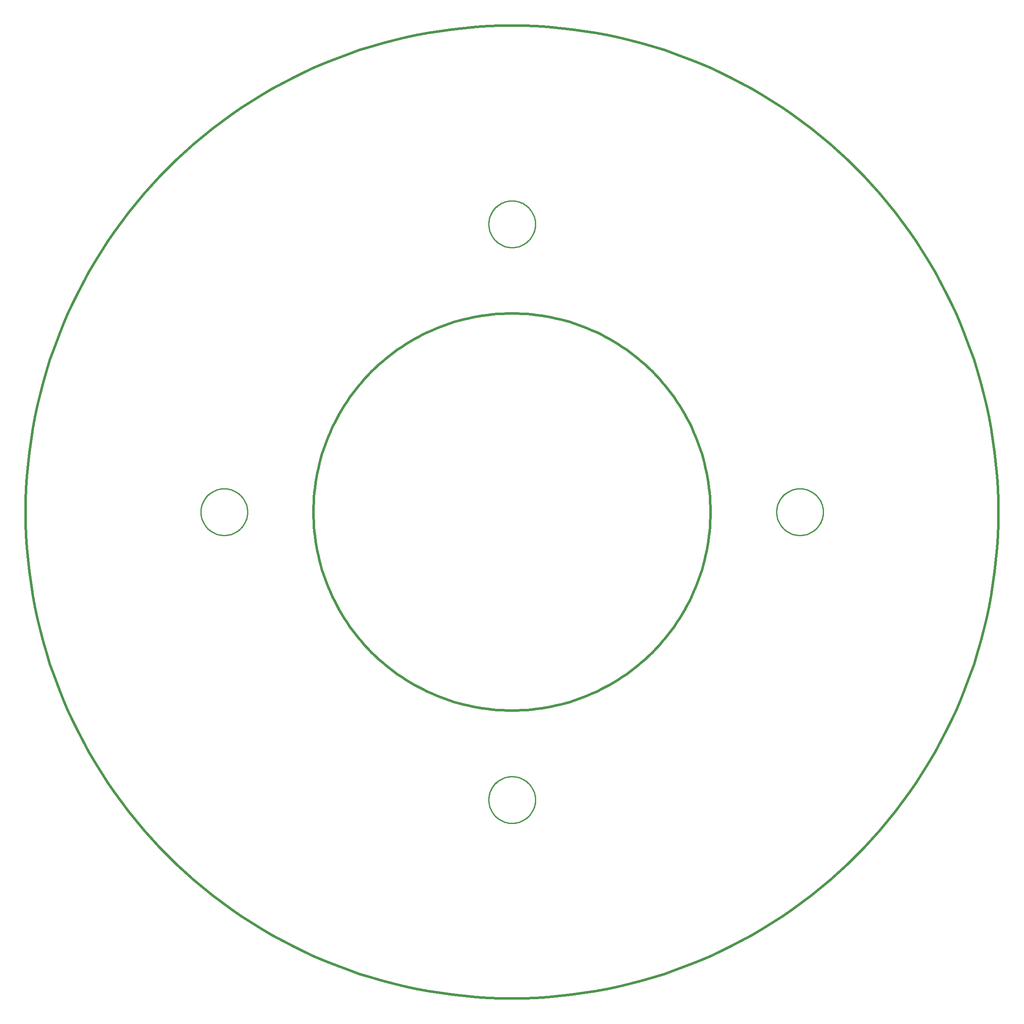
<source format=gko>
G04 EAGLE Gerber RS-274X export*
G75*
%MOMM*%
%FSLAX34Y34*%
%LPD*%
%INBoard Outline*%
%IPPOS*%
%AMOC8*
5,1,8,0,0,1.08239X$1,22.5*%
G01*
%ADD10C,0.152400*%
%ADD11C,0.508000*%
%ADD12C,0.254000*%


D10*
X533000Y0D02*
X533014Y1153D01*
X533057Y2306D01*
X533127Y3458D01*
X533226Y4607D01*
X533353Y5753D01*
X533509Y6896D01*
X533692Y8035D01*
X533903Y9169D01*
X534142Y10298D01*
X534409Y11420D01*
X534703Y12535D01*
X535024Y13643D01*
X535372Y14743D01*
X535747Y15834D01*
X536149Y16915D01*
X536578Y17986D01*
X537032Y19046D01*
X537513Y20095D01*
X538018Y21132D01*
X538550Y22156D01*
X539106Y23166D01*
X539687Y24163D01*
X540292Y25145D01*
X540921Y26112D01*
X541574Y27063D01*
X542249Y27998D01*
X542948Y28916D01*
X543669Y29816D01*
X544411Y30699D01*
X545175Y31563D01*
X545960Y32408D01*
X546766Y33234D01*
X547592Y34040D01*
X548437Y34825D01*
X549301Y35589D01*
X550184Y36331D01*
X551084Y37052D01*
X552002Y37751D01*
X552937Y38426D01*
X553888Y39079D01*
X554855Y39708D01*
X555837Y40313D01*
X556834Y40894D01*
X557844Y41450D01*
X558868Y41982D01*
X559905Y42487D01*
X560954Y42968D01*
X562014Y43422D01*
X563085Y43851D01*
X564166Y44253D01*
X565257Y44628D01*
X566357Y44976D01*
X567465Y45297D01*
X568580Y45591D01*
X569702Y45858D01*
X570831Y46097D01*
X571965Y46308D01*
X573104Y46491D01*
X574247Y46647D01*
X575393Y46774D01*
X576542Y46873D01*
X577694Y46943D01*
X578847Y46986D01*
X580000Y47000D01*
X581153Y46986D01*
X582306Y46943D01*
X583458Y46873D01*
X584607Y46774D01*
X585753Y46647D01*
X586896Y46491D01*
X588035Y46308D01*
X589169Y46097D01*
X590298Y45858D01*
X591420Y45591D01*
X592535Y45297D01*
X593643Y44976D01*
X594743Y44628D01*
X595834Y44253D01*
X596915Y43851D01*
X597986Y43422D01*
X599046Y42968D01*
X600095Y42487D01*
X601132Y41982D01*
X602156Y41450D01*
X603166Y40894D01*
X604163Y40313D01*
X605145Y39708D01*
X606112Y39079D01*
X607063Y38426D01*
X607998Y37751D01*
X608916Y37052D01*
X609816Y36331D01*
X610699Y35589D01*
X611563Y34825D01*
X612408Y34040D01*
X613234Y33234D01*
X614040Y32408D01*
X614825Y31563D01*
X615589Y30699D01*
X616331Y29816D01*
X617052Y28916D01*
X617751Y27998D01*
X618426Y27063D01*
X619079Y26112D01*
X619708Y25145D01*
X620313Y24163D01*
X620894Y23166D01*
X621450Y22156D01*
X621982Y21132D01*
X622487Y20095D01*
X622968Y19046D01*
X623422Y17986D01*
X623851Y16915D01*
X624253Y15834D01*
X624628Y14743D01*
X624976Y13643D01*
X625297Y12535D01*
X625591Y11420D01*
X625858Y10298D01*
X626097Y9169D01*
X626308Y8035D01*
X626491Y6896D01*
X626647Y5753D01*
X626774Y4607D01*
X626873Y3458D01*
X626943Y2306D01*
X626986Y1153D01*
X627000Y0D01*
X626986Y-1153D01*
X626943Y-2306D01*
X626873Y-3458D01*
X626774Y-4607D01*
X626647Y-5753D01*
X626491Y-6896D01*
X626308Y-8035D01*
X626097Y-9169D01*
X625858Y-10298D01*
X625591Y-11420D01*
X625297Y-12535D01*
X624976Y-13643D01*
X624628Y-14743D01*
X624253Y-15834D01*
X623851Y-16915D01*
X623422Y-17986D01*
X622968Y-19046D01*
X622487Y-20095D01*
X621982Y-21132D01*
X621450Y-22156D01*
X620894Y-23166D01*
X620313Y-24163D01*
X619708Y-25145D01*
X619079Y-26112D01*
X618426Y-27063D01*
X617751Y-27998D01*
X617052Y-28916D01*
X616331Y-29816D01*
X615589Y-30699D01*
X614825Y-31563D01*
X614040Y-32408D01*
X613234Y-33234D01*
X612408Y-34040D01*
X611563Y-34825D01*
X610699Y-35589D01*
X609816Y-36331D01*
X608916Y-37052D01*
X607998Y-37751D01*
X607063Y-38426D01*
X606112Y-39079D01*
X605145Y-39708D01*
X604163Y-40313D01*
X603166Y-40894D01*
X602156Y-41450D01*
X601132Y-41982D01*
X600095Y-42487D01*
X599046Y-42968D01*
X597986Y-43422D01*
X596915Y-43851D01*
X595834Y-44253D01*
X594743Y-44628D01*
X593643Y-44976D01*
X592535Y-45297D01*
X591420Y-45591D01*
X590298Y-45858D01*
X589169Y-46097D01*
X588035Y-46308D01*
X586896Y-46491D01*
X585753Y-46647D01*
X584607Y-46774D01*
X583458Y-46873D01*
X582306Y-46943D01*
X581153Y-46986D01*
X580000Y-47000D01*
X578847Y-46986D01*
X577694Y-46943D01*
X576542Y-46873D01*
X575393Y-46774D01*
X574247Y-46647D01*
X573104Y-46491D01*
X571965Y-46308D01*
X570831Y-46097D01*
X569702Y-45858D01*
X568580Y-45591D01*
X567465Y-45297D01*
X566357Y-44976D01*
X565257Y-44628D01*
X564166Y-44253D01*
X563085Y-43851D01*
X562014Y-43422D01*
X560954Y-42968D01*
X559905Y-42487D01*
X558868Y-41982D01*
X557844Y-41450D01*
X556834Y-40894D01*
X555837Y-40313D01*
X554855Y-39708D01*
X553888Y-39079D01*
X552937Y-38426D01*
X552002Y-37751D01*
X551084Y-37052D01*
X550184Y-36331D01*
X549301Y-35589D01*
X548437Y-34825D01*
X547592Y-34040D01*
X546766Y-33234D01*
X545960Y-32408D01*
X545175Y-31563D01*
X544411Y-30699D01*
X543669Y-29816D01*
X542948Y-28916D01*
X542249Y-27998D01*
X541574Y-27063D01*
X540921Y-26112D01*
X540292Y-25145D01*
X539687Y-24163D01*
X539106Y-23166D01*
X538550Y-22156D01*
X538018Y-21132D01*
X537513Y-20095D01*
X537032Y-19046D01*
X536578Y-17986D01*
X536149Y-16915D01*
X535747Y-15834D01*
X535372Y-14743D01*
X535024Y-13643D01*
X534703Y-12535D01*
X534409Y-11420D01*
X534142Y-10298D01*
X533903Y-9169D01*
X533692Y-8035D01*
X533509Y-6896D01*
X533353Y-5753D01*
X533226Y-4607D01*
X533127Y-3458D01*
X533057Y-2306D01*
X533014Y-1153D01*
X533000Y0D01*
X-47000Y580000D02*
X-46986Y581153D01*
X-46943Y582306D01*
X-46873Y583458D01*
X-46774Y584607D01*
X-46647Y585753D01*
X-46491Y586896D01*
X-46308Y588035D01*
X-46097Y589169D01*
X-45858Y590298D01*
X-45591Y591420D01*
X-45297Y592535D01*
X-44976Y593643D01*
X-44628Y594743D01*
X-44253Y595834D01*
X-43851Y596915D01*
X-43422Y597986D01*
X-42968Y599046D01*
X-42487Y600095D01*
X-41982Y601132D01*
X-41450Y602156D01*
X-40894Y603166D01*
X-40313Y604163D01*
X-39708Y605145D01*
X-39079Y606112D01*
X-38426Y607063D01*
X-37751Y607998D01*
X-37052Y608916D01*
X-36331Y609816D01*
X-35589Y610699D01*
X-34825Y611563D01*
X-34040Y612408D01*
X-33234Y613234D01*
X-32408Y614040D01*
X-31563Y614825D01*
X-30699Y615589D01*
X-29816Y616331D01*
X-28916Y617052D01*
X-27998Y617751D01*
X-27063Y618426D01*
X-26112Y619079D01*
X-25145Y619708D01*
X-24163Y620313D01*
X-23166Y620894D01*
X-22156Y621450D01*
X-21132Y621982D01*
X-20095Y622487D01*
X-19046Y622968D01*
X-17986Y623422D01*
X-16915Y623851D01*
X-15834Y624253D01*
X-14743Y624628D01*
X-13643Y624976D01*
X-12535Y625297D01*
X-11420Y625591D01*
X-10298Y625858D01*
X-9169Y626097D01*
X-8035Y626308D01*
X-6896Y626491D01*
X-5753Y626647D01*
X-4607Y626774D01*
X-3458Y626873D01*
X-2306Y626943D01*
X-1153Y626986D01*
X0Y627000D01*
X1153Y626986D01*
X2306Y626943D01*
X3458Y626873D01*
X4607Y626774D01*
X5753Y626647D01*
X6896Y626491D01*
X8035Y626308D01*
X9169Y626097D01*
X10298Y625858D01*
X11420Y625591D01*
X12535Y625297D01*
X13643Y624976D01*
X14743Y624628D01*
X15834Y624253D01*
X16915Y623851D01*
X17986Y623422D01*
X19046Y622968D01*
X20095Y622487D01*
X21132Y621982D01*
X22156Y621450D01*
X23166Y620894D01*
X24163Y620313D01*
X25145Y619708D01*
X26112Y619079D01*
X27063Y618426D01*
X27998Y617751D01*
X28916Y617052D01*
X29816Y616331D01*
X30699Y615589D01*
X31563Y614825D01*
X32408Y614040D01*
X33234Y613234D01*
X34040Y612408D01*
X34825Y611563D01*
X35589Y610699D01*
X36331Y609816D01*
X37052Y608916D01*
X37751Y607998D01*
X38426Y607063D01*
X39079Y606112D01*
X39708Y605145D01*
X40313Y604163D01*
X40894Y603166D01*
X41450Y602156D01*
X41982Y601132D01*
X42487Y600095D01*
X42968Y599046D01*
X43422Y597986D01*
X43851Y596915D01*
X44253Y595834D01*
X44628Y594743D01*
X44976Y593643D01*
X45297Y592535D01*
X45591Y591420D01*
X45858Y590298D01*
X46097Y589169D01*
X46308Y588035D01*
X46491Y586896D01*
X46647Y585753D01*
X46774Y584607D01*
X46873Y583458D01*
X46943Y582306D01*
X46986Y581153D01*
X47000Y580000D01*
X46986Y578847D01*
X46943Y577694D01*
X46873Y576542D01*
X46774Y575393D01*
X46647Y574247D01*
X46491Y573104D01*
X46308Y571965D01*
X46097Y570831D01*
X45858Y569702D01*
X45591Y568580D01*
X45297Y567465D01*
X44976Y566357D01*
X44628Y565257D01*
X44253Y564166D01*
X43851Y563085D01*
X43422Y562014D01*
X42968Y560954D01*
X42487Y559905D01*
X41982Y558868D01*
X41450Y557844D01*
X40894Y556834D01*
X40313Y555837D01*
X39708Y554855D01*
X39079Y553888D01*
X38426Y552937D01*
X37751Y552002D01*
X37052Y551084D01*
X36331Y550184D01*
X35589Y549301D01*
X34825Y548437D01*
X34040Y547592D01*
X33234Y546766D01*
X32408Y545960D01*
X31563Y545175D01*
X30699Y544411D01*
X29816Y543669D01*
X28916Y542948D01*
X27998Y542249D01*
X27063Y541574D01*
X26112Y540921D01*
X25145Y540292D01*
X24163Y539687D01*
X23166Y539106D01*
X22156Y538550D01*
X21132Y538018D01*
X20095Y537513D01*
X19046Y537032D01*
X17986Y536578D01*
X16915Y536149D01*
X15834Y535747D01*
X14743Y535372D01*
X13643Y535024D01*
X12535Y534703D01*
X11420Y534409D01*
X10298Y534142D01*
X9169Y533903D01*
X8035Y533692D01*
X6896Y533509D01*
X5753Y533353D01*
X4607Y533226D01*
X3458Y533127D01*
X2306Y533057D01*
X1153Y533014D01*
X0Y533000D01*
X-1153Y533014D01*
X-2306Y533057D01*
X-3458Y533127D01*
X-4607Y533226D01*
X-5753Y533353D01*
X-6896Y533509D01*
X-8035Y533692D01*
X-9169Y533903D01*
X-10298Y534142D01*
X-11420Y534409D01*
X-12535Y534703D01*
X-13643Y535024D01*
X-14743Y535372D01*
X-15834Y535747D01*
X-16915Y536149D01*
X-17986Y536578D01*
X-19046Y537032D01*
X-20095Y537513D01*
X-21132Y538018D01*
X-22156Y538550D01*
X-23166Y539106D01*
X-24163Y539687D01*
X-25145Y540292D01*
X-26112Y540921D01*
X-27063Y541574D01*
X-27998Y542249D01*
X-28916Y542948D01*
X-29816Y543669D01*
X-30699Y544411D01*
X-31563Y545175D01*
X-32408Y545960D01*
X-33234Y546766D01*
X-34040Y547592D01*
X-34825Y548437D01*
X-35589Y549301D01*
X-36331Y550184D01*
X-37052Y551084D01*
X-37751Y552002D01*
X-38426Y552937D01*
X-39079Y553888D01*
X-39708Y554855D01*
X-40313Y555837D01*
X-40894Y556834D01*
X-41450Y557844D01*
X-41982Y558868D01*
X-42487Y559905D01*
X-42968Y560954D01*
X-43422Y562014D01*
X-43851Y563085D01*
X-44253Y564166D01*
X-44628Y565257D01*
X-44976Y566357D01*
X-45297Y567465D01*
X-45591Y568580D01*
X-45858Y569702D01*
X-46097Y570831D01*
X-46308Y571965D01*
X-46491Y573104D01*
X-46647Y574247D01*
X-46774Y575393D01*
X-46873Y576542D01*
X-46943Y577694D01*
X-46986Y578847D01*
X-47000Y580000D01*
X-627000Y0D02*
X-626986Y1153D01*
X-626943Y2306D01*
X-626873Y3458D01*
X-626774Y4607D01*
X-626647Y5753D01*
X-626491Y6896D01*
X-626308Y8035D01*
X-626097Y9169D01*
X-625858Y10298D01*
X-625591Y11420D01*
X-625297Y12535D01*
X-624976Y13643D01*
X-624628Y14743D01*
X-624253Y15834D01*
X-623851Y16915D01*
X-623422Y17986D01*
X-622968Y19046D01*
X-622487Y20095D01*
X-621982Y21132D01*
X-621450Y22156D01*
X-620894Y23166D01*
X-620313Y24163D01*
X-619708Y25145D01*
X-619079Y26112D01*
X-618426Y27063D01*
X-617751Y27998D01*
X-617052Y28916D01*
X-616331Y29816D01*
X-615589Y30699D01*
X-614825Y31563D01*
X-614040Y32408D01*
X-613234Y33234D01*
X-612408Y34040D01*
X-611563Y34825D01*
X-610699Y35589D01*
X-609816Y36331D01*
X-608916Y37052D01*
X-607998Y37751D01*
X-607063Y38426D01*
X-606112Y39079D01*
X-605145Y39708D01*
X-604163Y40313D01*
X-603166Y40894D01*
X-602156Y41450D01*
X-601132Y41982D01*
X-600095Y42487D01*
X-599046Y42968D01*
X-597986Y43422D01*
X-596915Y43851D01*
X-595834Y44253D01*
X-594743Y44628D01*
X-593643Y44976D01*
X-592535Y45297D01*
X-591420Y45591D01*
X-590298Y45858D01*
X-589169Y46097D01*
X-588035Y46308D01*
X-586896Y46491D01*
X-585753Y46647D01*
X-584607Y46774D01*
X-583458Y46873D01*
X-582306Y46943D01*
X-581153Y46986D01*
X-580000Y47000D01*
X-578847Y46986D01*
X-577694Y46943D01*
X-576542Y46873D01*
X-575393Y46774D01*
X-574247Y46647D01*
X-573104Y46491D01*
X-571965Y46308D01*
X-570831Y46097D01*
X-569702Y45858D01*
X-568580Y45591D01*
X-567465Y45297D01*
X-566357Y44976D01*
X-565257Y44628D01*
X-564166Y44253D01*
X-563085Y43851D01*
X-562014Y43422D01*
X-560954Y42968D01*
X-559905Y42487D01*
X-558868Y41982D01*
X-557844Y41450D01*
X-556834Y40894D01*
X-555837Y40313D01*
X-554855Y39708D01*
X-553888Y39079D01*
X-552937Y38426D01*
X-552002Y37751D01*
X-551084Y37052D01*
X-550184Y36331D01*
X-549301Y35589D01*
X-548437Y34825D01*
X-547592Y34040D01*
X-546766Y33234D01*
X-545960Y32408D01*
X-545175Y31563D01*
X-544411Y30699D01*
X-543669Y29816D01*
X-542948Y28916D01*
X-542249Y27998D01*
X-541574Y27063D01*
X-540921Y26112D01*
X-540292Y25145D01*
X-539687Y24163D01*
X-539106Y23166D01*
X-538550Y22156D01*
X-538018Y21132D01*
X-537513Y20095D01*
X-537032Y19046D01*
X-536578Y17986D01*
X-536149Y16915D01*
X-535747Y15834D01*
X-535372Y14743D01*
X-535024Y13643D01*
X-534703Y12535D01*
X-534409Y11420D01*
X-534142Y10298D01*
X-533903Y9169D01*
X-533692Y8035D01*
X-533509Y6896D01*
X-533353Y5753D01*
X-533226Y4607D01*
X-533127Y3458D01*
X-533057Y2306D01*
X-533014Y1153D01*
X-533000Y0D01*
X-533014Y-1153D01*
X-533057Y-2306D01*
X-533127Y-3458D01*
X-533226Y-4607D01*
X-533353Y-5753D01*
X-533509Y-6896D01*
X-533692Y-8035D01*
X-533903Y-9169D01*
X-534142Y-10298D01*
X-534409Y-11420D01*
X-534703Y-12535D01*
X-535024Y-13643D01*
X-535372Y-14743D01*
X-535747Y-15834D01*
X-536149Y-16915D01*
X-536578Y-17986D01*
X-537032Y-19046D01*
X-537513Y-20095D01*
X-538018Y-21132D01*
X-538550Y-22156D01*
X-539106Y-23166D01*
X-539687Y-24163D01*
X-540292Y-25145D01*
X-540921Y-26112D01*
X-541574Y-27063D01*
X-542249Y-27998D01*
X-542948Y-28916D01*
X-543669Y-29816D01*
X-544411Y-30699D01*
X-545175Y-31563D01*
X-545960Y-32408D01*
X-546766Y-33234D01*
X-547592Y-34040D01*
X-548437Y-34825D01*
X-549301Y-35589D01*
X-550184Y-36331D01*
X-551084Y-37052D01*
X-552002Y-37751D01*
X-552937Y-38426D01*
X-553888Y-39079D01*
X-554855Y-39708D01*
X-555837Y-40313D01*
X-556834Y-40894D01*
X-557844Y-41450D01*
X-558868Y-41982D01*
X-559905Y-42487D01*
X-560954Y-42968D01*
X-562014Y-43422D01*
X-563085Y-43851D01*
X-564166Y-44253D01*
X-565257Y-44628D01*
X-566357Y-44976D01*
X-567465Y-45297D01*
X-568580Y-45591D01*
X-569702Y-45858D01*
X-570831Y-46097D01*
X-571965Y-46308D01*
X-573104Y-46491D01*
X-574247Y-46647D01*
X-575393Y-46774D01*
X-576542Y-46873D01*
X-577694Y-46943D01*
X-578847Y-46986D01*
X-580000Y-47000D01*
X-581153Y-46986D01*
X-582306Y-46943D01*
X-583458Y-46873D01*
X-584607Y-46774D01*
X-585753Y-46647D01*
X-586896Y-46491D01*
X-588035Y-46308D01*
X-589169Y-46097D01*
X-590298Y-45858D01*
X-591420Y-45591D01*
X-592535Y-45297D01*
X-593643Y-44976D01*
X-594743Y-44628D01*
X-595834Y-44253D01*
X-596915Y-43851D01*
X-597986Y-43422D01*
X-599046Y-42968D01*
X-600095Y-42487D01*
X-601132Y-41982D01*
X-602156Y-41450D01*
X-603166Y-40894D01*
X-604163Y-40313D01*
X-605145Y-39708D01*
X-606112Y-39079D01*
X-607063Y-38426D01*
X-607998Y-37751D01*
X-608916Y-37052D01*
X-609816Y-36331D01*
X-610699Y-35589D01*
X-611563Y-34825D01*
X-612408Y-34040D01*
X-613234Y-33234D01*
X-614040Y-32408D01*
X-614825Y-31563D01*
X-615589Y-30699D01*
X-616331Y-29816D01*
X-617052Y-28916D01*
X-617751Y-27998D01*
X-618426Y-27063D01*
X-619079Y-26112D01*
X-619708Y-25145D01*
X-620313Y-24163D01*
X-620894Y-23166D01*
X-621450Y-22156D01*
X-621982Y-21132D01*
X-622487Y-20095D01*
X-622968Y-19046D01*
X-623422Y-17986D01*
X-623851Y-16915D01*
X-624253Y-15834D01*
X-624628Y-14743D01*
X-624976Y-13643D01*
X-625297Y-12535D01*
X-625591Y-11420D01*
X-625858Y-10298D01*
X-626097Y-9169D01*
X-626308Y-8035D01*
X-626491Y-6896D01*
X-626647Y-5753D01*
X-626774Y-4607D01*
X-626873Y-3458D01*
X-626943Y-2306D01*
X-626986Y-1153D01*
X-627000Y0D01*
X-47000Y-580000D02*
X-46986Y-578847D01*
X-46943Y-577694D01*
X-46873Y-576542D01*
X-46774Y-575393D01*
X-46647Y-574247D01*
X-46491Y-573104D01*
X-46308Y-571965D01*
X-46097Y-570831D01*
X-45858Y-569702D01*
X-45591Y-568580D01*
X-45297Y-567465D01*
X-44976Y-566357D01*
X-44628Y-565257D01*
X-44253Y-564166D01*
X-43851Y-563085D01*
X-43422Y-562014D01*
X-42968Y-560954D01*
X-42487Y-559905D01*
X-41982Y-558868D01*
X-41450Y-557844D01*
X-40894Y-556834D01*
X-40313Y-555837D01*
X-39708Y-554855D01*
X-39079Y-553888D01*
X-38426Y-552937D01*
X-37751Y-552002D01*
X-37052Y-551084D01*
X-36331Y-550184D01*
X-35589Y-549301D01*
X-34825Y-548437D01*
X-34040Y-547592D01*
X-33234Y-546766D01*
X-32408Y-545960D01*
X-31563Y-545175D01*
X-30699Y-544411D01*
X-29816Y-543669D01*
X-28916Y-542948D01*
X-27998Y-542249D01*
X-27063Y-541574D01*
X-26112Y-540921D01*
X-25145Y-540292D01*
X-24163Y-539687D01*
X-23166Y-539106D01*
X-22156Y-538550D01*
X-21132Y-538018D01*
X-20095Y-537513D01*
X-19046Y-537032D01*
X-17986Y-536578D01*
X-16915Y-536149D01*
X-15834Y-535747D01*
X-14743Y-535372D01*
X-13643Y-535024D01*
X-12535Y-534703D01*
X-11420Y-534409D01*
X-10298Y-534142D01*
X-9169Y-533903D01*
X-8035Y-533692D01*
X-6896Y-533509D01*
X-5753Y-533353D01*
X-4607Y-533226D01*
X-3458Y-533127D01*
X-2306Y-533057D01*
X-1153Y-533014D01*
X0Y-533000D01*
X1153Y-533014D01*
X2306Y-533057D01*
X3458Y-533127D01*
X4607Y-533226D01*
X5753Y-533353D01*
X6896Y-533509D01*
X8035Y-533692D01*
X9169Y-533903D01*
X10298Y-534142D01*
X11420Y-534409D01*
X12535Y-534703D01*
X13643Y-535024D01*
X14743Y-535372D01*
X15834Y-535747D01*
X16915Y-536149D01*
X17986Y-536578D01*
X19046Y-537032D01*
X20095Y-537513D01*
X21132Y-538018D01*
X22156Y-538550D01*
X23166Y-539106D01*
X24163Y-539687D01*
X25145Y-540292D01*
X26112Y-540921D01*
X27063Y-541574D01*
X27998Y-542249D01*
X28916Y-542948D01*
X29816Y-543669D01*
X30699Y-544411D01*
X31563Y-545175D01*
X32408Y-545960D01*
X33234Y-546766D01*
X34040Y-547592D01*
X34825Y-548437D01*
X35589Y-549301D01*
X36331Y-550184D01*
X37052Y-551084D01*
X37751Y-552002D01*
X38426Y-552937D01*
X39079Y-553888D01*
X39708Y-554855D01*
X40313Y-555837D01*
X40894Y-556834D01*
X41450Y-557844D01*
X41982Y-558868D01*
X42487Y-559905D01*
X42968Y-560954D01*
X43422Y-562014D01*
X43851Y-563085D01*
X44253Y-564166D01*
X44628Y-565257D01*
X44976Y-566357D01*
X45297Y-567465D01*
X45591Y-568580D01*
X45858Y-569702D01*
X46097Y-570831D01*
X46308Y-571965D01*
X46491Y-573104D01*
X46647Y-574247D01*
X46774Y-575393D01*
X46873Y-576542D01*
X46943Y-577694D01*
X46986Y-578847D01*
X47000Y-580000D01*
X46986Y-581153D01*
X46943Y-582306D01*
X46873Y-583458D01*
X46774Y-584607D01*
X46647Y-585753D01*
X46491Y-586896D01*
X46308Y-588035D01*
X46097Y-589169D01*
X45858Y-590298D01*
X45591Y-591420D01*
X45297Y-592535D01*
X44976Y-593643D01*
X44628Y-594743D01*
X44253Y-595834D01*
X43851Y-596915D01*
X43422Y-597986D01*
X42968Y-599046D01*
X42487Y-600095D01*
X41982Y-601132D01*
X41450Y-602156D01*
X40894Y-603166D01*
X40313Y-604163D01*
X39708Y-605145D01*
X39079Y-606112D01*
X38426Y-607063D01*
X37751Y-607998D01*
X37052Y-608916D01*
X36331Y-609816D01*
X35589Y-610699D01*
X34825Y-611563D01*
X34040Y-612408D01*
X33234Y-613234D01*
X32408Y-614040D01*
X31563Y-614825D01*
X30699Y-615589D01*
X29816Y-616331D01*
X28916Y-617052D01*
X27998Y-617751D01*
X27063Y-618426D01*
X26112Y-619079D01*
X25145Y-619708D01*
X24163Y-620313D01*
X23166Y-620894D01*
X22156Y-621450D01*
X21132Y-621982D01*
X20095Y-622487D01*
X19046Y-622968D01*
X17986Y-623422D01*
X16915Y-623851D01*
X15834Y-624253D01*
X14743Y-624628D01*
X13643Y-624976D01*
X12535Y-625297D01*
X11420Y-625591D01*
X10298Y-625858D01*
X9169Y-626097D01*
X8035Y-626308D01*
X6896Y-626491D01*
X5753Y-626647D01*
X4607Y-626774D01*
X3458Y-626873D01*
X2306Y-626943D01*
X1153Y-626986D01*
X0Y-627000D01*
X-1153Y-626986D01*
X-2306Y-626943D01*
X-3458Y-626873D01*
X-4607Y-626774D01*
X-5753Y-626647D01*
X-6896Y-626491D01*
X-8035Y-626308D01*
X-9169Y-626097D01*
X-10298Y-625858D01*
X-11420Y-625591D01*
X-12535Y-625297D01*
X-13643Y-624976D01*
X-14743Y-624628D01*
X-15834Y-624253D01*
X-16915Y-623851D01*
X-17986Y-623422D01*
X-19046Y-622968D01*
X-20095Y-622487D01*
X-21132Y-621982D01*
X-22156Y-621450D01*
X-23166Y-620894D01*
X-24163Y-620313D01*
X-25145Y-619708D01*
X-26112Y-619079D01*
X-27063Y-618426D01*
X-27998Y-617751D01*
X-28916Y-617052D01*
X-29816Y-616331D01*
X-30699Y-615589D01*
X-31563Y-614825D01*
X-32408Y-614040D01*
X-33234Y-613234D01*
X-34040Y-612408D01*
X-34825Y-611563D01*
X-35589Y-610699D01*
X-36331Y-609816D01*
X-37052Y-608916D01*
X-37751Y-607998D01*
X-38426Y-607063D01*
X-39079Y-606112D01*
X-39708Y-605145D01*
X-40313Y-604163D01*
X-40894Y-603166D01*
X-41450Y-602156D01*
X-41982Y-601132D01*
X-42487Y-600095D01*
X-42968Y-599046D01*
X-43422Y-597986D01*
X-43851Y-596915D01*
X-44253Y-595834D01*
X-44628Y-594743D01*
X-44976Y-593643D01*
X-45297Y-592535D01*
X-45591Y-591420D01*
X-45858Y-590298D01*
X-46097Y-589169D01*
X-46308Y-588035D01*
X-46491Y-586896D01*
X-46647Y-585753D01*
X-46774Y-584607D01*
X-46873Y-583458D01*
X-46943Y-582306D01*
X-46986Y-581153D01*
X-47000Y-580000D01*
D11*
X-980000Y0D02*
X-979705Y24050D01*
X-978820Y48086D01*
X-977345Y72093D01*
X-975281Y96057D01*
X-972630Y119962D01*
X-969393Y143796D01*
X-965572Y167543D01*
X-961170Y191189D01*
X-956188Y214719D01*
X-950631Y238121D01*
X-944501Y261379D01*
X-937802Y284479D01*
X-930538Y307408D01*
X-922713Y330152D01*
X-914333Y352697D01*
X-905402Y375030D01*
X-895926Y397136D01*
X-885910Y419004D01*
X-875360Y440619D01*
X-864283Y461969D01*
X-852685Y483040D01*
X-840574Y503821D01*
X-827956Y524298D01*
X-814840Y544459D01*
X-801233Y564292D01*
X-787143Y583785D01*
X-772579Y602927D01*
X-757550Y621705D01*
X-742065Y640109D01*
X-726132Y658128D01*
X-709762Y675750D01*
X-692965Y692965D01*
X-675750Y709762D01*
X-658128Y726132D01*
X-640109Y742065D01*
X-621705Y757550D01*
X-602927Y772579D01*
X-583785Y787143D01*
X-564292Y801233D01*
X-544459Y814840D01*
X-524298Y827956D01*
X-503821Y840574D01*
X-483040Y852685D01*
X-461969Y864283D01*
X-440619Y875360D01*
X-419004Y885910D01*
X-397136Y895926D01*
X-375030Y905402D01*
X-352697Y914333D01*
X-330152Y922713D01*
X-307408Y930538D01*
X-284479Y937802D01*
X-261379Y944501D01*
X-238121Y950631D01*
X-214719Y956188D01*
X-191189Y961170D01*
X-167543Y965572D01*
X-143796Y969393D01*
X-119962Y972630D01*
X-96057Y975281D01*
X-72093Y977345D01*
X-48086Y978820D01*
X-24050Y979705D01*
X0Y980000D01*
X24050Y979705D01*
X48086Y978820D01*
X72093Y977345D01*
X96057Y975281D01*
X119962Y972630D01*
X143796Y969393D01*
X167543Y965572D01*
X191189Y961170D01*
X214719Y956188D01*
X238121Y950631D01*
X261379Y944501D01*
X284479Y937802D01*
X307408Y930538D01*
X330152Y922713D01*
X352697Y914333D01*
X375030Y905402D01*
X397136Y895926D01*
X419004Y885910D01*
X440619Y875360D01*
X461969Y864283D01*
X483040Y852685D01*
X503821Y840574D01*
X524298Y827956D01*
X544459Y814840D01*
X564292Y801233D01*
X583785Y787143D01*
X602927Y772579D01*
X621705Y757550D01*
X640109Y742065D01*
X658128Y726132D01*
X675750Y709762D01*
X692965Y692965D01*
X709762Y675750D01*
X726132Y658128D01*
X742065Y640109D01*
X757550Y621705D01*
X772579Y602927D01*
X787143Y583785D01*
X801233Y564292D01*
X814840Y544459D01*
X827956Y524298D01*
X840574Y503821D01*
X852685Y483040D01*
X864283Y461969D01*
X875360Y440619D01*
X885910Y419004D01*
X895926Y397136D01*
X905402Y375030D01*
X914333Y352697D01*
X922713Y330152D01*
X930538Y307408D01*
X937802Y284479D01*
X944501Y261379D01*
X950631Y238121D01*
X956188Y214719D01*
X961170Y191189D01*
X965572Y167543D01*
X969393Y143796D01*
X972630Y119962D01*
X975281Y96057D01*
X977345Y72093D01*
X978820Y48086D01*
X979705Y24050D01*
X980000Y0D01*
X979705Y-24050D01*
X978820Y-48086D01*
X977345Y-72093D01*
X975281Y-96057D01*
X972630Y-119962D01*
X969393Y-143796D01*
X965572Y-167543D01*
X961170Y-191189D01*
X956188Y-214719D01*
X950631Y-238121D01*
X944501Y-261379D01*
X937802Y-284479D01*
X930538Y-307408D01*
X922713Y-330152D01*
X914333Y-352697D01*
X905402Y-375030D01*
X895926Y-397136D01*
X885910Y-419004D01*
X875360Y-440619D01*
X864283Y-461969D01*
X852685Y-483040D01*
X840574Y-503821D01*
X827956Y-524298D01*
X814840Y-544459D01*
X801233Y-564292D01*
X787143Y-583785D01*
X772579Y-602927D01*
X757550Y-621705D01*
X742065Y-640109D01*
X726132Y-658128D01*
X709762Y-675750D01*
X692965Y-692965D01*
X675750Y-709762D01*
X658128Y-726132D01*
X640109Y-742065D01*
X621705Y-757550D01*
X602927Y-772579D01*
X583785Y-787143D01*
X564292Y-801233D01*
X544459Y-814840D01*
X524298Y-827956D01*
X503821Y-840574D01*
X483040Y-852685D01*
X461969Y-864283D01*
X440619Y-875360D01*
X419004Y-885910D01*
X397136Y-895926D01*
X375030Y-905402D01*
X352697Y-914333D01*
X330152Y-922713D01*
X307408Y-930538D01*
X284479Y-937802D01*
X261379Y-944501D01*
X238121Y-950631D01*
X214719Y-956188D01*
X191189Y-961170D01*
X167543Y-965572D01*
X143796Y-969393D01*
X119962Y-972630D01*
X96057Y-975281D01*
X72093Y-977345D01*
X48086Y-978820D01*
X24050Y-979705D01*
X0Y-980000D01*
X-24050Y-979705D01*
X-48086Y-978820D01*
X-72093Y-977345D01*
X-96057Y-975281D01*
X-119962Y-972630D01*
X-143796Y-969393D01*
X-167543Y-965572D01*
X-191189Y-961170D01*
X-214719Y-956188D01*
X-238121Y-950631D01*
X-261379Y-944501D01*
X-284479Y-937802D01*
X-307408Y-930538D01*
X-330152Y-922713D01*
X-352697Y-914333D01*
X-375030Y-905402D01*
X-397136Y-895926D01*
X-419004Y-885910D01*
X-440619Y-875360D01*
X-461969Y-864283D01*
X-483040Y-852685D01*
X-503821Y-840574D01*
X-524298Y-827956D01*
X-544459Y-814840D01*
X-564292Y-801233D01*
X-583785Y-787143D01*
X-602927Y-772579D01*
X-621705Y-757550D01*
X-640109Y-742065D01*
X-658128Y-726132D01*
X-675750Y-709762D01*
X-692965Y-692965D01*
X-709762Y-675750D01*
X-726132Y-658128D01*
X-742065Y-640109D01*
X-757550Y-621705D01*
X-772579Y-602927D01*
X-787143Y-583785D01*
X-801233Y-564292D01*
X-814840Y-544459D01*
X-827956Y-524298D01*
X-840574Y-503821D01*
X-852685Y-483040D01*
X-864283Y-461969D01*
X-875360Y-440619D01*
X-885910Y-419004D01*
X-895926Y-397136D01*
X-905402Y-375030D01*
X-914333Y-352697D01*
X-922713Y-330152D01*
X-930538Y-307408D01*
X-937802Y-284479D01*
X-944501Y-261379D01*
X-950631Y-238121D01*
X-956188Y-214719D01*
X-961170Y-191189D01*
X-965572Y-167543D01*
X-969393Y-143796D01*
X-972630Y-119962D01*
X-975281Y-96057D01*
X-977345Y-72093D01*
X-978820Y-48086D01*
X-979705Y-24050D01*
X-980000Y0D01*
X-400000Y0D02*
X-399880Y9816D01*
X-399518Y19627D01*
X-398916Y29426D01*
X-398074Y39207D01*
X-396992Y48964D01*
X-395671Y58692D01*
X-394111Y68385D01*
X-392314Y78036D01*
X-390281Y87640D01*
X-388013Y97192D01*
X-385510Y106685D01*
X-382776Y116114D01*
X-379811Y125473D01*
X-376618Y134756D01*
X-373197Y143958D01*
X-369552Y153073D01*
X-365684Y162097D01*
X-361596Y171022D01*
X-357290Y179845D01*
X-352769Y188559D01*
X-348035Y197159D01*
X-343091Y205641D01*
X-337941Y213999D01*
X-332588Y222228D01*
X-327034Y230323D01*
X-321283Y238280D01*
X-315339Y246093D01*
X-309204Y253757D01*
X-302884Y261269D01*
X-296380Y268624D01*
X-289699Y275816D01*
X-282843Y282843D01*
X-275816Y289699D01*
X-268624Y296380D01*
X-261269Y302884D01*
X-253757Y309204D01*
X-246093Y315339D01*
X-238280Y321283D01*
X-230323Y327034D01*
X-222228Y332588D01*
X-213999Y337941D01*
X-205641Y343091D01*
X-197159Y348035D01*
X-188559Y352769D01*
X-179845Y357290D01*
X-171022Y361596D01*
X-162097Y365684D01*
X-153073Y369552D01*
X-143958Y373197D01*
X-134756Y376618D01*
X-125473Y379811D01*
X-116114Y382776D01*
X-106685Y385510D01*
X-97192Y388013D01*
X-87640Y390281D01*
X-78036Y392314D01*
X-68385Y394111D01*
X-58692Y395671D01*
X-48964Y396992D01*
X-39207Y398074D01*
X-29426Y398916D01*
X-19627Y399518D01*
X-9816Y399880D01*
X0Y400000D01*
X9816Y399880D01*
X19627Y399518D01*
X29426Y398916D01*
X39207Y398074D01*
X48964Y396992D01*
X58692Y395671D01*
X68385Y394111D01*
X78036Y392314D01*
X87640Y390281D01*
X97192Y388013D01*
X106685Y385510D01*
X116114Y382776D01*
X125473Y379811D01*
X134756Y376618D01*
X143958Y373197D01*
X153073Y369552D01*
X162097Y365684D01*
X171022Y361596D01*
X179845Y357290D01*
X188559Y352769D01*
X197159Y348035D01*
X205641Y343091D01*
X213999Y337941D01*
X222228Y332588D01*
X230323Y327034D01*
X238280Y321283D01*
X246093Y315339D01*
X253757Y309204D01*
X261269Y302884D01*
X268624Y296380D01*
X275816Y289699D01*
X282843Y282843D01*
X289699Y275816D01*
X296380Y268624D01*
X302884Y261269D01*
X309204Y253757D01*
X315339Y246093D01*
X321283Y238280D01*
X327034Y230323D01*
X332588Y222228D01*
X337941Y213999D01*
X343091Y205641D01*
X348035Y197159D01*
X352769Y188559D01*
X357290Y179845D01*
X361596Y171022D01*
X365684Y162097D01*
X369552Y153073D01*
X373197Y143958D01*
X376618Y134756D01*
X379811Y125473D01*
X382776Y116114D01*
X385510Y106685D01*
X388013Y97192D01*
X390281Y87640D01*
X392314Y78036D01*
X394111Y68385D01*
X395671Y58692D01*
X396992Y48964D01*
X398074Y39207D01*
X398916Y29426D01*
X399518Y19627D01*
X399880Y9816D01*
X400000Y0D01*
X399880Y-9816D01*
X399518Y-19627D01*
X398916Y-29426D01*
X398074Y-39207D01*
X396992Y-48964D01*
X395671Y-58692D01*
X394111Y-68385D01*
X392314Y-78036D01*
X390281Y-87640D01*
X388013Y-97192D01*
X385510Y-106685D01*
X382776Y-116114D01*
X379811Y-125473D01*
X376618Y-134756D01*
X373197Y-143958D01*
X369552Y-153073D01*
X365684Y-162097D01*
X361596Y-171022D01*
X357290Y-179845D01*
X352769Y-188559D01*
X348035Y-197159D01*
X343091Y-205641D01*
X337941Y-213999D01*
X332588Y-222228D01*
X327034Y-230323D01*
X321283Y-238280D01*
X315339Y-246093D01*
X309204Y-253757D01*
X302884Y-261269D01*
X296380Y-268624D01*
X289699Y-275816D01*
X282843Y-282843D01*
X275816Y-289699D01*
X268624Y-296380D01*
X261269Y-302884D01*
X253757Y-309204D01*
X246093Y-315339D01*
X238280Y-321283D01*
X230323Y-327034D01*
X222228Y-332588D01*
X213999Y-337941D01*
X205641Y-343091D01*
X197159Y-348035D01*
X188559Y-352769D01*
X179845Y-357290D01*
X171022Y-361596D01*
X162097Y-365684D01*
X153073Y-369552D01*
X143958Y-373197D01*
X134756Y-376618D01*
X125473Y-379811D01*
X116114Y-382776D01*
X106685Y-385510D01*
X97192Y-388013D01*
X87640Y-390281D01*
X78036Y-392314D01*
X68385Y-394111D01*
X58692Y-395671D01*
X48964Y-396992D01*
X39207Y-398074D01*
X29426Y-398916D01*
X19627Y-399518D01*
X9816Y-399880D01*
X0Y-400000D01*
X-9816Y-399880D01*
X-19627Y-399518D01*
X-29426Y-398916D01*
X-39207Y-398074D01*
X-48964Y-396992D01*
X-58692Y-395671D01*
X-68385Y-394111D01*
X-78036Y-392314D01*
X-87640Y-390281D01*
X-97192Y-388013D01*
X-106685Y-385510D01*
X-116114Y-382776D01*
X-125473Y-379811D01*
X-134756Y-376618D01*
X-143958Y-373197D01*
X-153073Y-369552D01*
X-162097Y-365684D01*
X-171022Y-361596D01*
X-179845Y-357290D01*
X-188559Y-352769D01*
X-197159Y-348035D01*
X-205641Y-343091D01*
X-213999Y-337941D01*
X-222228Y-332588D01*
X-230323Y-327034D01*
X-238280Y-321283D01*
X-246093Y-315339D01*
X-253757Y-309204D01*
X-261269Y-302884D01*
X-268624Y-296380D01*
X-275816Y-289699D01*
X-282843Y-282843D01*
X-289699Y-275816D01*
X-296380Y-268624D01*
X-302884Y-261269D01*
X-309204Y-253757D01*
X-315339Y-246093D01*
X-321283Y-238280D01*
X-327034Y-230323D01*
X-332588Y-222228D01*
X-337941Y-213999D01*
X-343091Y-205641D01*
X-348035Y-197159D01*
X-352769Y-188559D01*
X-357290Y-179845D01*
X-361596Y-171022D01*
X-365684Y-162097D01*
X-369552Y-153073D01*
X-373197Y-143958D01*
X-376618Y-134756D01*
X-379811Y-125473D01*
X-382776Y-116114D01*
X-385510Y-106685D01*
X-388013Y-97192D01*
X-390281Y-87640D01*
X-392314Y-78036D01*
X-394111Y-68385D01*
X-395671Y-58692D01*
X-396992Y-48964D01*
X-398074Y-39207D01*
X-398916Y-29426D01*
X-399518Y-19627D01*
X-399880Y-9816D01*
X-400000Y0D01*
D12*
X980000Y-12027D02*
X980000Y12027D01*
X979410Y36074D01*
X978229Y60099D01*
X976460Y84088D01*
X974102Y108026D01*
X971158Y131899D01*
X967628Y155693D01*
X963516Y179393D01*
X958823Y202984D01*
X953553Y226454D01*
X947708Y249787D01*
X941293Y272970D01*
X934310Y295988D01*
X926765Y318828D01*
X918661Y341476D01*
X910004Y363918D01*
X900799Y386141D01*
X891052Y408132D01*
X880767Y429876D01*
X869952Y451362D01*
X858613Y472576D01*
X846757Y493505D01*
X834391Y514137D01*
X821522Y534459D01*
X808158Y554459D01*
X794308Y574125D01*
X779979Y593446D01*
X765180Y612408D01*
X749920Y631002D01*
X734209Y649216D01*
X718055Y667039D01*
X701469Y684460D01*
X684460Y701469D01*
X667039Y718055D01*
X649216Y734209D01*
X631002Y749920D01*
X612408Y765180D01*
X593446Y779979D01*
X574125Y794308D01*
X554459Y808158D01*
X534459Y821522D01*
X514137Y834391D01*
X493505Y846757D01*
X472576Y858613D01*
X451362Y869952D01*
X429876Y880767D01*
X408132Y891052D01*
X386141Y900799D01*
X363918Y910004D01*
X341476Y918661D01*
X318828Y926765D01*
X295988Y934310D01*
X272970Y941293D01*
X249787Y947708D01*
X226454Y953553D01*
X202984Y958823D01*
X179393Y963516D01*
X155693Y967628D01*
X131899Y971158D01*
X108026Y974102D01*
X84088Y976460D01*
X60099Y978229D01*
X36074Y979410D01*
X12027Y980000D01*
X-12027Y980000D01*
X-36074Y979410D01*
X-60099Y978229D01*
X-84088Y976460D01*
X-108026Y974102D01*
X-131899Y971158D01*
X-155693Y967628D01*
X-179393Y963516D01*
X-202984Y958823D01*
X-226454Y953553D01*
X-249787Y947708D01*
X-272970Y941293D01*
X-295988Y934310D01*
X-318828Y926765D01*
X-341476Y918661D01*
X-363918Y910004D01*
X-386141Y900799D01*
X-408132Y891052D01*
X-429876Y880767D01*
X-451362Y869952D01*
X-472576Y858613D01*
X-493505Y846757D01*
X-514137Y834391D01*
X-534459Y821522D01*
X-554459Y808158D01*
X-574125Y794308D01*
X-593446Y779979D01*
X-612408Y765180D01*
X-631002Y749920D01*
X-649216Y734209D01*
X-667039Y718055D01*
X-684460Y701469D01*
X-701469Y684460D01*
X-718055Y667039D01*
X-734209Y649216D01*
X-749920Y631002D01*
X-765180Y612408D01*
X-779979Y593446D01*
X-794308Y574125D01*
X-808158Y554459D01*
X-821522Y534459D01*
X-834391Y514137D01*
X-846757Y493505D01*
X-858613Y472576D01*
X-869952Y451362D01*
X-880767Y429876D01*
X-891052Y408132D01*
X-900799Y386141D01*
X-910004Y363918D01*
X-918661Y341476D01*
X-926765Y318828D01*
X-934310Y295988D01*
X-941293Y272970D01*
X-947708Y249787D01*
X-953553Y226454D01*
X-958823Y202984D01*
X-963516Y179393D01*
X-967628Y155693D01*
X-971158Y131899D01*
X-974102Y108026D01*
X-976460Y84088D01*
X-978229Y60099D01*
X-979410Y36074D01*
X-980000Y12027D01*
X-980000Y-12027D01*
X-979410Y-36074D01*
X-978229Y-60099D01*
X-976460Y-84088D01*
X-974102Y-108026D01*
X-971158Y-131899D01*
X-967628Y-155693D01*
X-963516Y-179393D01*
X-958823Y-202984D01*
X-953553Y-226454D01*
X-947708Y-249787D01*
X-941293Y-272970D01*
X-934310Y-295988D01*
X-926765Y-318828D01*
X-918661Y-341476D01*
X-910004Y-363918D01*
X-900799Y-386141D01*
X-891052Y-408132D01*
X-880767Y-429876D01*
X-869952Y-451362D01*
X-858613Y-472576D01*
X-846757Y-493505D01*
X-834391Y-514137D01*
X-821522Y-534459D01*
X-808158Y-554459D01*
X-794308Y-574125D01*
X-779979Y-593446D01*
X-765180Y-612408D01*
X-749920Y-631002D01*
X-734209Y-649216D01*
X-718055Y-667039D01*
X-701469Y-684460D01*
X-684460Y-701469D01*
X-667039Y-718055D01*
X-649216Y-734209D01*
X-631002Y-749920D01*
X-612408Y-765180D01*
X-593446Y-779979D01*
X-574125Y-794308D01*
X-554459Y-808158D01*
X-534459Y-821522D01*
X-514137Y-834391D01*
X-493505Y-846757D01*
X-472576Y-858613D01*
X-451362Y-869952D01*
X-429876Y-880767D01*
X-408132Y-891052D01*
X-386141Y-900799D01*
X-363918Y-910004D01*
X-341476Y-918661D01*
X-318828Y-926765D01*
X-295988Y-934310D01*
X-272970Y-941293D01*
X-249787Y-947708D01*
X-226454Y-953553D01*
X-202984Y-958823D01*
X-179393Y-963516D01*
X-155693Y-967628D01*
X-131899Y-971158D01*
X-108026Y-974102D01*
X-84088Y-976460D01*
X-60099Y-978229D01*
X-36074Y-979410D01*
X-12027Y-980000D01*
X12027Y-980000D01*
X36074Y-979410D01*
X60099Y-978229D01*
X84088Y-976460D01*
X108026Y-974102D01*
X131899Y-971158D01*
X155693Y-967628D01*
X179393Y-963516D01*
X202984Y-958823D01*
X226454Y-953553D01*
X249787Y-947708D01*
X272970Y-941293D01*
X295988Y-934310D01*
X318828Y-926765D01*
X341476Y-918661D01*
X363918Y-910004D01*
X386141Y-900799D01*
X408132Y-891052D01*
X429876Y-880767D01*
X451362Y-869952D01*
X472576Y-858613D01*
X493505Y-846757D01*
X514137Y-834391D01*
X534459Y-821522D01*
X554459Y-808158D01*
X574125Y-794308D01*
X593446Y-779979D01*
X612408Y-765180D01*
X631002Y-749920D01*
X649216Y-734209D01*
X667039Y-718055D01*
X684460Y-701469D01*
X701469Y-684460D01*
X718055Y-667039D01*
X734209Y-649216D01*
X749920Y-631002D01*
X765180Y-612408D01*
X779979Y-593446D01*
X794308Y-574125D01*
X808158Y-554459D01*
X821522Y-534459D01*
X834391Y-514137D01*
X846757Y-493505D01*
X858613Y-472576D01*
X869952Y-451362D01*
X880767Y-429876D01*
X891052Y-408132D01*
X900799Y-386141D01*
X910004Y-363918D01*
X918661Y-341476D01*
X926765Y-318828D01*
X934310Y-295988D01*
X941293Y-272970D01*
X947708Y-249787D01*
X953553Y-226454D01*
X958823Y-202984D01*
X963516Y-179393D01*
X967628Y-155693D01*
X971158Y-131899D01*
X974102Y-108026D01*
X976460Y-84088D01*
X978229Y-60099D01*
X979410Y-36074D01*
X980000Y-12027D01*
X627000Y-923D02*
X627000Y923D01*
X626928Y2767D01*
X626783Y4608D01*
X626566Y6441D01*
X626277Y8264D01*
X625917Y10074D01*
X625486Y11869D01*
X624985Y13646D01*
X624414Y15402D01*
X623776Y17133D01*
X623069Y18839D01*
X622296Y20515D01*
X621458Y22160D01*
X620556Y23770D01*
X619592Y25344D01*
X618566Y26879D01*
X617481Y28373D01*
X616339Y29822D01*
X615140Y31226D01*
X613887Y32581D01*
X612581Y33887D01*
X611226Y35140D01*
X609822Y36339D01*
X608373Y37481D01*
X606879Y38566D01*
X605344Y39592D01*
X603770Y40556D01*
X602160Y41458D01*
X600515Y42296D01*
X598839Y43069D01*
X597133Y43776D01*
X595402Y44414D01*
X593646Y44985D01*
X591869Y45486D01*
X590074Y45917D01*
X588264Y46277D01*
X586441Y46566D01*
X584608Y46783D01*
X582767Y46928D01*
X580923Y47000D01*
X579077Y47000D01*
X577233Y46928D01*
X575392Y46783D01*
X573559Y46566D01*
X571736Y46277D01*
X569926Y45917D01*
X568131Y45486D01*
X566354Y44985D01*
X564598Y44414D01*
X562867Y43776D01*
X561161Y43069D01*
X559485Y42296D01*
X557840Y41458D01*
X556230Y40556D01*
X554656Y39592D01*
X553121Y38566D01*
X551627Y37481D01*
X550178Y36339D01*
X548774Y35140D01*
X547419Y33887D01*
X546113Y32581D01*
X544860Y31226D01*
X543662Y29822D01*
X542519Y28373D01*
X541434Y26879D01*
X540408Y25344D01*
X539444Y23770D01*
X538542Y22160D01*
X537704Y20515D01*
X536931Y18839D01*
X536224Y17133D01*
X535586Y15402D01*
X535015Y13646D01*
X534514Y11869D01*
X534083Y10074D01*
X533723Y8264D01*
X533434Y6441D01*
X533217Y4608D01*
X533072Y2767D01*
X533000Y923D01*
X533000Y-923D01*
X533072Y-2767D01*
X533217Y-4608D01*
X533434Y-6441D01*
X533723Y-8264D01*
X534083Y-10074D01*
X534514Y-11869D01*
X535015Y-13646D01*
X535586Y-15402D01*
X536224Y-17133D01*
X536931Y-18839D01*
X537704Y-20515D01*
X538542Y-22160D01*
X539444Y-23770D01*
X540408Y-25344D01*
X541434Y-26879D01*
X542519Y-28373D01*
X543662Y-29822D01*
X544860Y-31226D01*
X546113Y-32581D01*
X547419Y-33887D01*
X548774Y-35140D01*
X550178Y-36339D01*
X551627Y-37481D01*
X553121Y-38566D01*
X554656Y-39592D01*
X556230Y-40556D01*
X557840Y-41458D01*
X559485Y-42296D01*
X561161Y-43069D01*
X562867Y-43776D01*
X564598Y-44414D01*
X566354Y-44985D01*
X568131Y-45486D01*
X569926Y-45917D01*
X571736Y-46277D01*
X573559Y-46566D01*
X575392Y-46783D01*
X577233Y-46928D01*
X579077Y-47000D01*
X580923Y-47000D01*
X582767Y-46928D01*
X584608Y-46783D01*
X586441Y-46566D01*
X588264Y-46277D01*
X590074Y-45917D01*
X591869Y-45486D01*
X593646Y-44985D01*
X595402Y-44414D01*
X597133Y-43776D01*
X598839Y-43069D01*
X600515Y-42296D01*
X602160Y-41458D01*
X603770Y-40556D01*
X605344Y-39592D01*
X606879Y-38566D01*
X608373Y-37481D01*
X609822Y-36339D01*
X611226Y-35140D01*
X612581Y-33887D01*
X613887Y-32581D01*
X615140Y-31226D01*
X616339Y-29822D01*
X617481Y-28373D01*
X618566Y-26879D01*
X619592Y-25344D01*
X620556Y-23770D01*
X621458Y-22160D01*
X622296Y-20515D01*
X623069Y-18839D01*
X623776Y-17133D01*
X624414Y-15402D01*
X624985Y-13646D01*
X625486Y-11869D01*
X625917Y-10074D01*
X626277Y-8264D01*
X626566Y-6441D01*
X626783Y-4608D01*
X626928Y-2767D01*
X627000Y-923D01*
X47000Y579077D02*
X47000Y580923D01*
X46928Y582767D01*
X46783Y584608D01*
X46566Y586441D01*
X46277Y588264D01*
X45917Y590074D01*
X45486Y591869D01*
X44985Y593646D01*
X44414Y595402D01*
X43776Y597133D01*
X43069Y598839D01*
X42296Y600515D01*
X41458Y602160D01*
X40556Y603770D01*
X39592Y605344D01*
X38566Y606879D01*
X37481Y608373D01*
X36339Y609822D01*
X35140Y611226D01*
X33887Y612581D01*
X32581Y613887D01*
X31226Y615140D01*
X29822Y616339D01*
X28373Y617481D01*
X26879Y618566D01*
X25344Y619592D01*
X23770Y620556D01*
X22160Y621458D01*
X20515Y622296D01*
X18839Y623069D01*
X17133Y623776D01*
X15402Y624414D01*
X13646Y624985D01*
X11869Y625486D01*
X10074Y625917D01*
X8264Y626277D01*
X6441Y626566D01*
X4608Y626783D01*
X2767Y626928D01*
X923Y627000D01*
X-923Y627000D01*
X-2767Y626928D01*
X-4608Y626783D01*
X-6441Y626566D01*
X-8264Y626277D01*
X-10074Y625917D01*
X-11869Y625486D01*
X-13646Y624985D01*
X-15402Y624414D01*
X-17133Y623776D01*
X-18839Y623069D01*
X-20515Y622296D01*
X-22160Y621458D01*
X-23770Y620556D01*
X-25344Y619592D01*
X-26879Y618566D01*
X-28373Y617481D01*
X-29822Y616339D01*
X-31226Y615140D01*
X-32581Y613887D01*
X-33887Y612581D01*
X-35140Y611226D01*
X-36339Y609822D01*
X-37481Y608373D01*
X-38566Y606879D01*
X-39592Y605344D01*
X-40556Y603770D01*
X-41458Y602160D01*
X-42296Y600515D01*
X-43069Y598839D01*
X-43776Y597133D01*
X-44414Y595402D01*
X-44985Y593646D01*
X-45486Y591869D01*
X-45917Y590074D01*
X-46277Y588264D01*
X-46566Y586441D01*
X-46783Y584608D01*
X-46928Y582767D01*
X-47000Y580923D01*
X-47000Y579077D01*
X-46928Y577233D01*
X-46783Y575392D01*
X-46566Y573559D01*
X-46277Y571736D01*
X-45917Y569926D01*
X-45486Y568131D01*
X-44985Y566354D01*
X-44414Y564598D01*
X-43776Y562867D01*
X-43069Y561161D01*
X-42296Y559485D01*
X-41458Y557840D01*
X-40556Y556230D01*
X-39592Y554656D01*
X-38566Y553121D01*
X-37481Y551627D01*
X-36339Y550178D01*
X-35140Y548774D01*
X-33887Y547419D01*
X-32581Y546113D01*
X-31226Y544860D01*
X-29822Y543662D01*
X-28373Y542519D01*
X-26879Y541434D01*
X-25344Y540408D01*
X-23770Y539444D01*
X-22160Y538542D01*
X-20515Y537704D01*
X-18839Y536931D01*
X-17133Y536224D01*
X-15402Y535586D01*
X-13646Y535015D01*
X-11869Y534514D01*
X-10074Y534083D01*
X-8264Y533723D01*
X-6441Y533434D01*
X-4608Y533217D01*
X-2767Y533072D01*
X-923Y533000D01*
X923Y533000D01*
X2767Y533072D01*
X4608Y533217D01*
X6441Y533434D01*
X8264Y533723D01*
X10074Y534083D01*
X11869Y534514D01*
X13646Y535015D01*
X15402Y535586D01*
X17133Y536224D01*
X18839Y536931D01*
X20515Y537704D01*
X22160Y538542D01*
X23770Y539444D01*
X25344Y540408D01*
X26879Y541434D01*
X28373Y542519D01*
X29822Y543662D01*
X31226Y544860D01*
X32581Y546113D01*
X33887Y547419D01*
X35140Y548774D01*
X36339Y550178D01*
X37481Y551627D01*
X38566Y553121D01*
X39592Y554656D01*
X40556Y556230D01*
X41458Y557840D01*
X42296Y559485D01*
X43069Y561161D01*
X43776Y562867D01*
X44414Y564598D01*
X44985Y566354D01*
X45486Y568131D01*
X45917Y569926D01*
X46277Y571736D01*
X46566Y573559D01*
X46783Y575392D01*
X46928Y577233D01*
X47000Y579077D01*
X-533000Y-923D02*
X-533000Y923D01*
X-533072Y2767D01*
X-533217Y4608D01*
X-533434Y6441D01*
X-533723Y8264D01*
X-534083Y10074D01*
X-534514Y11869D01*
X-535015Y13646D01*
X-535586Y15402D01*
X-536224Y17133D01*
X-536931Y18839D01*
X-537704Y20515D01*
X-538542Y22160D01*
X-539444Y23770D01*
X-540408Y25344D01*
X-541434Y26879D01*
X-542519Y28373D01*
X-543662Y29822D01*
X-544860Y31226D01*
X-546113Y32581D01*
X-547419Y33887D01*
X-548774Y35140D01*
X-550178Y36339D01*
X-551627Y37481D01*
X-553121Y38566D01*
X-554656Y39592D01*
X-556230Y40556D01*
X-557840Y41458D01*
X-559485Y42296D01*
X-561161Y43069D01*
X-562867Y43776D01*
X-564598Y44414D01*
X-566354Y44985D01*
X-568131Y45486D01*
X-569926Y45917D01*
X-571736Y46277D01*
X-573559Y46566D01*
X-575392Y46783D01*
X-577233Y46928D01*
X-579077Y47000D01*
X-580923Y47000D01*
X-582767Y46928D01*
X-584608Y46783D01*
X-586441Y46566D01*
X-588264Y46277D01*
X-590074Y45917D01*
X-591869Y45486D01*
X-593646Y44985D01*
X-595402Y44414D01*
X-597133Y43776D01*
X-598839Y43069D01*
X-600515Y42296D01*
X-602160Y41458D01*
X-603770Y40556D01*
X-605344Y39592D01*
X-606879Y38566D01*
X-608373Y37481D01*
X-609822Y36339D01*
X-611226Y35140D01*
X-612581Y33887D01*
X-613887Y32581D01*
X-615140Y31226D01*
X-616339Y29822D01*
X-617481Y28373D01*
X-618566Y26879D01*
X-619592Y25344D01*
X-620556Y23770D01*
X-621458Y22160D01*
X-622296Y20515D01*
X-623069Y18839D01*
X-623776Y17133D01*
X-624414Y15402D01*
X-624985Y13646D01*
X-625486Y11869D01*
X-625917Y10074D01*
X-626277Y8264D01*
X-626566Y6441D01*
X-626783Y4608D01*
X-626928Y2767D01*
X-627000Y923D01*
X-627000Y-923D01*
X-626928Y-2767D01*
X-626783Y-4608D01*
X-626566Y-6441D01*
X-626277Y-8264D01*
X-625917Y-10074D01*
X-625486Y-11869D01*
X-624985Y-13646D01*
X-624414Y-15402D01*
X-623776Y-17133D01*
X-623069Y-18839D01*
X-622296Y-20515D01*
X-621458Y-22160D01*
X-620556Y-23770D01*
X-619592Y-25344D01*
X-618566Y-26879D01*
X-617481Y-28373D01*
X-616339Y-29822D01*
X-615140Y-31226D01*
X-613887Y-32581D01*
X-612581Y-33887D01*
X-611226Y-35140D01*
X-609822Y-36339D01*
X-608373Y-37481D01*
X-606879Y-38566D01*
X-605344Y-39592D01*
X-603770Y-40556D01*
X-602160Y-41458D01*
X-600515Y-42296D01*
X-598839Y-43069D01*
X-597133Y-43776D01*
X-595402Y-44414D01*
X-593646Y-44985D01*
X-591869Y-45486D01*
X-590074Y-45917D01*
X-588264Y-46277D01*
X-586441Y-46566D01*
X-584608Y-46783D01*
X-582767Y-46928D01*
X-580923Y-47000D01*
X-579077Y-47000D01*
X-577233Y-46928D01*
X-575392Y-46783D01*
X-573559Y-46566D01*
X-571736Y-46277D01*
X-569926Y-45917D01*
X-568131Y-45486D01*
X-566354Y-44985D01*
X-564598Y-44414D01*
X-562867Y-43776D01*
X-561161Y-43069D01*
X-559485Y-42296D01*
X-557840Y-41458D01*
X-556230Y-40556D01*
X-554656Y-39592D01*
X-553121Y-38566D01*
X-551627Y-37481D01*
X-550178Y-36339D01*
X-548774Y-35140D01*
X-547419Y-33887D01*
X-546113Y-32581D01*
X-544860Y-31226D01*
X-543662Y-29822D01*
X-542519Y-28373D01*
X-541434Y-26879D01*
X-540408Y-25344D01*
X-539444Y-23770D01*
X-538542Y-22160D01*
X-537704Y-20515D01*
X-536931Y-18839D01*
X-536224Y-17133D01*
X-535586Y-15402D01*
X-535015Y-13646D01*
X-534514Y-11869D01*
X-534083Y-10074D01*
X-533723Y-8264D01*
X-533434Y-6441D01*
X-533217Y-4608D01*
X-533072Y-2767D01*
X-533000Y-923D01*
X47000Y-580923D02*
X47000Y-579077D01*
X46928Y-577233D01*
X46783Y-575392D01*
X46566Y-573559D01*
X46277Y-571736D01*
X45917Y-569926D01*
X45486Y-568131D01*
X44985Y-566354D01*
X44414Y-564598D01*
X43776Y-562867D01*
X43069Y-561161D01*
X42296Y-559485D01*
X41458Y-557840D01*
X40556Y-556230D01*
X39592Y-554656D01*
X38566Y-553121D01*
X37481Y-551627D01*
X36339Y-550178D01*
X35140Y-548774D01*
X33887Y-547419D01*
X32581Y-546113D01*
X31226Y-544860D01*
X29822Y-543662D01*
X28373Y-542519D01*
X26879Y-541434D01*
X25344Y-540408D01*
X23770Y-539444D01*
X22160Y-538542D01*
X20515Y-537704D01*
X18839Y-536931D01*
X17133Y-536224D01*
X15402Y-535586D01*
X13646Y-535015D01*
X11869Y-534514D01*
X10074Y-534083D01*
X8264Y-533723D01*
X6441Y-533434D01*
X4608Y-533217D01*
X2767Y-533072D01*
X923Y-533000D01*
X-923Y-533000D01*
X-2767Y-533072D01*
X-4608Y-533217D01*
X-6441Y-533434D01*
X-8264Y-533723D01*
X-10074Y-534083D01*
X-11869Y-534514D01*
X-13646Y-535015D01*
X-15402Y-535586D01*
X-17133Y-536224D01*
X-18839Y-536931D01*
X-20515Y-537704D01*
X-22160Y-538542D01*
X-23770Y-539444D01*
X-25344Y-540408D01*
X-26879Y-541434D01*
X-28373Y-542519D01*
X-29822Y-543662D01*
X-31226Y-544860D01*
X-32581Y-546113D01*
X-33887Y-547419D01*
X-35140Y-548774D01*
X-36339Y-550178D01*
X-37481Y-551627D01*
X-38566Y-553121D01*
X-39592Y-554656D01*
X-40556Y-556230D01*
X-41458Y-557840D01*
X-42296Y-559485D01*
X-43069Y-561161D01*
X-43776Y-562867D01*
X-44414Y-564598D01*
X-44985Y-566354D01*
X-45486Y-568131D01*
X-45917Y-569926D01*
X-46277Y-571736D01*
X-46566Y-573559D01*
X-46783Y-575392D01*
X-46928Y-577233D01*
X-47000Y-579077D01*
X-47000Y-580923D01*
X-46928Y-582767D01*
X-46783Y-584608D01*
X-46566Y-586441D01*
X-46277Y-588264D01*
X-45917Y-590074D01*
X-45486Y-591869D01*
X-44985Y-593646D01*
X-44414Y-595402D01*
X-43776Y-597133D01*
X-43069Y-598839D01*
X-42296Y-600515D01*
X-41458Y-602160D01*
X-40556Y-603770D01*
X-39592Y-605344D01*
X-38566Y-606879D01*
X-37481Y-608373D01*
X-36339Y-609822D01*
X-35140Y-611226D01*
X-33887Y-612581D01*
X-32581Y-613887D01*
X-31226Y-615140D01*
X-29822Y-616339D01*
X-28373Y-617481D01*
X-26879Y-618566D01*
X-25344Y-619592D01*
X-23770Y-620556D01*
X-22160Y-621458D01*
X-20515Y-622296D01*
X-18839Y-623069D01*
X-17133Y-623776D01*
X-15402Y-624414D01*
X-13646Y-624985D01*
X-11869Y-625486D01*
X-10074Y-625917D01*
X-8264Y-626277D01*
X-6441Y-626566D01*
X-4608Y-626783D01*
X-2767Y-626928D01*
X-923Y-627000D01*
X923Y-627000D01*
X2767Y-626928D01*
X4608Y-626783D01*
X6441Y-626566D01*
X8264Y-626277D01*
X10074Y-625917D01*
X11869Y-625486D01*
X13646Y-624985D01*
X15402Y-624414D01*
X17133Y-623776D01*
X18839Y-623069D01*
X20515Y-622296D01*
X22160Y-621458D01*
X23770Y-620556D01*
X25344Y-619592D01*
X26879Y-618566D01*
X28373Y-617481D01*
X29822Y-616339D01*
X31226Y-615140D01*
X32581Y-613887D01*
X33887Y-612581D01*
X35140Y-611226D01*
X36339Y-609822D01*
X37481Y-608373D01*
X38566Y-606879D01*
X39592Y-605344D01*
X40556Y-603770D01*
X41458Y-602160D01*
X42296Y-600515D01*
X43069Y-598839D01*
X43776Y-597133D01*
X44414Y-595402D01*
X44985Y-593646D01*
X45486Y-591869D01*
X45917Y-590074D01*
X46277Y-588264D01*
X46566Y-586441D01*
X46783Y-584608D01*
X46928Y-582767D01*
X47000Y-580923D01*
X400000Y-4909D02*
X400000Y4909D01*
X399759Y14724D01*
X399277Y24530D01*
X398555Y34322D01*
X397593Y44092D01*
X396391Y53836D01*
X394950Y63548D01*
X393272Y73221D01*
X391356Y82851D01*
X389205Y92430D01*
X386820Y101954D01*
X384201Y111416D01*
X381351Y120811D01*
X378271Y130134D01*
X374964Y139378D01*
X371430Y148538D01*
X367673Y157609D01*
X363695Y166584D01*
X359497Y175460D01*
X355083Y184229D01*
X350454Y192888D01*
X345615Y201431D01*
X340568Y209852D01*
X335315Y218146D01*
X329861Y226310D01*
X324207Y234337D01*
X318359Y242223D01*
X312318Y249963D01*
X306090Y257552D01*
X299677Y264986D01*
X293084Y272261D01*
X286314Y279372D01*
X279372Y286314D01*
X272261Y293084D01*
X264986Y299677D01*
X257552Y306090D01*
X249963Y312318D01*
X242223Y318359D01*
X234337Y324207D01*
X226310Y329861D01*
X218146Y335315D01*
X209852Y340568D01*
X201431Y345615D01*
X192888Y350454D01*
X184229Y355083D01*
X175460Y359497D01*
X166584Y363695D01*
X157609Y367673D01*
X148538Y371430D01*
X139378Y374964D01*
X130134Y378271D01*
X120811Y381351D01*
X111416Y384201D01*
X101954Y386820D01*
X92430Y389205D01*
X82851Y391356D01*
X73221Y393272D01*
X63548Y394950D01*
X53836Y396391D01*
X44092Y397593D01*
X34322Y398555D01*
X24530Y399277D01*
X14724Y399759D01*
X4909Y400000D01*
X-4909Y400000D01*
X-14724Y399759D01*
X-24530Y399277D01*
X-34322Y398555D01*
X-44092Y397593D01*
X-53836Y396391D01*
X-63548Y394950D01*
X-73221Y393272D01*
X-82851Y391356D01*
X-92430Y389205D01*
X-101954Y386820D01*
X-111416Y384201D01*
X-120811Y381351D01*
X-130134Y378271D01*
X-139378Y374964D01*
X-148538Y371430D01*
X-157609Y367673D01*
X-166584Y363695D01*
X-175460Y359497D01*
X-184229Y355083D01*
X-192888Y350454D01*
X-201431Y345615D01*
X-209852Y340568D01*
X-218146Y335315D01*
X-226310Y329861D01*
X-234337Y324207D01*
X-242223Y318359D01*
X-249963Y312318D01*
X-257552Y306090D01*
X-264986Y299677D01*
X-272261Y293084D01*
X-279372Y286314D01*
X-286314Y279372D01*
X-293084Y272261D01*
X-299677Y264986D01*
X-306090Y257552D01*
X-312318Y249963D01*
X-318359Y242223D01*
X-324207Y234337D01*
X-329861Y226310D01*
X-335315Y218146D01*
X-340568Y209852D01*
X-345615Y201431D01*
X-350454Y192888D01*
X-355083Y184229D01*
X-359497Y175460D01*
X-363695Y166584D01*
X-367673Y157609D01*
X-371430Y148538D01*
X-374964Y139378D01*
X-378271Y130134D01*
X-381351Y120811D01*
X-384201Y111416D01*
X-386820Y101954D01*
X-389205Y92430D01*
X-391356Y82851D01*
X-393272Y73221D01*
X-394950Y63548D01*
X-396391Y53836D01*
X-397593Y44092D01*
X-398555Y34322D01*
X-399277Y24530D01*
X-399759Y14724D01*
X-400000Y4909D01*
X-400000Y-4909D01*
X-399759Y-14724D01*
X-399277Y-24530D01*
X-398555Y-34322D01*
X-397593Y-44092D01*
X-396391Y-53836D01*
X-394950Y-63548D01*
X-393272Y-73221D01*
X-391356Y-82851D01*
X-389205Y-92430D01*
X-386820Y-101954D01*
X-384201Y-111416D01*
X-381351Y-120811D01*
X-378271Y-130134D01*
X-374964Y-139378D01*
X-371430Y-148538D01*
X-367673Y-157609D01*
X-363695Y-166584D01*
X-359497Y-175460D01*
X-355083Y-184229D01*
X-350454Y-192888D01*
X-345615Y-201431D01*
X-340568Y-209852D01*
X-335315Y-218146D01*
X-329861Y-226310D01*
X-324207Y-234337D01*
X-318359Y-242223D01*
X-312318Y-249963D01*
X-306090Y-257552D01*
X-299677Y-264986D01*
X-293084Y-272261D01*
X-286314Y-279372D01*
X-279372Y-286314D01*
X-272261Y-293084D01*
X-264986Y-299677D01*
X-257552Y-306090D01*
X-249963Y-312318D01*
X-242223Y-318359D01*
X-234337Y-324207D01*
X-226310Y-329861D01*
X-218146Y-335315D01*
X-209852Y-340568D01*
X-201431Y-345615D01*
X-192888Y-350454D01*
X-184229Y-355083D01*
X-175460Y-359497D01*
X-166584Y-363695D01*
X-157609Y-367673D01*
X-148538Y-371430D01*
X-139378Y-374964D01*
X-130134Y-378271D01*
X-120811Y-381351D01*
X-111416Y-384201D01*
X-101954Y-386820D01*
X-92430Y-389205D01*
X-82851Y-391356D01*
X-73221Y-393272D01*
X-63548Y-394950D01*
X-53836Y-396391D01*
X-44092Y-397593D01*
X-34322Y-398555D01*
X-24530Y-399277D01*
X-14724Y-399759D01*
X-4909Y-400000D01*
X4909Y-400000D01*
X14724Y-399759D01*
X24530Y-399277D01*
X34322Y-398555D01*
X44092Y-397593D01*
X53836Y-396391D01*
X63548Y-394950D01*
X73221Y-393272D01*
X82851Y-391356D01*
X92430Y-389205D01*
X101954Y-386820D01*
X111416Y-384201D01*
X120811Y-381351D01*
X130134Y-378271D01*
X139378Y-374964D01*
X148538Y-371430D01*
X157609Y-367673D01*
X166584Y-363695D01*
X175460Y-359497D01*
X184229Y-355083D01*
X192888Y-350454D01*
X201431Y-345615D01*
X209852Y-340568D01*
X218146Y-335315D01*
X226310Y-329861D01*
X234337Y-324207D01*
X242223Y-318359D01*
X249963Y-312318D01*
X257552Y-306090D01*
X264986Y-299677D01*
X272261Y-293084D01*
X279372Y-286314D01*
X286314Y-279372D01*
X293084Y-272261D01*
X299677Y-264986D01*
X306090Y-257552D01*
X312318Y-249963D01*
X318359Y-242223D01*
X324207Y-234337D01*
X329861Y-226310D01*
X335315Y-218146D01*
X340568Y-209852D01*
X345615Y-201431D01*
X350454Y-192888D01*
X355083Y-184229D01*
X359497Y-175460D01*
X363695Y-166584D01*
X367673Y-157609D01*
X371430Y-148538D01*
X374964Y-139378D01*
X378271Y-130134D01*
X381351Y-120811D01*
X384201Y-111416D01*
X386820Y-101954D01*
X389205Y-92430D01*
X391356Y-82851D01*
X393272Y-73221D01*
X394950Y-63548D01*
X396391Y-53836D01*
X397593Y-44092D01*
X398555Y-34322D01*
X399277Y-24530D01*
X399759Y-14724D01*
X400000Y-4909D01*
M02*

</source>
